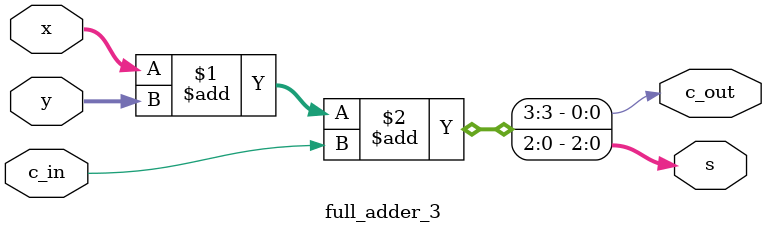
<source format=v>
module full_adder_3(
    x, y, c_in,
    s, c_out
);
    input [2:0] x, y;
    input c_in;
    output [2:0] s;
    output c_out;

    assign #5 {c_out, s} = x + y + c_in;
endmodule

</source>
